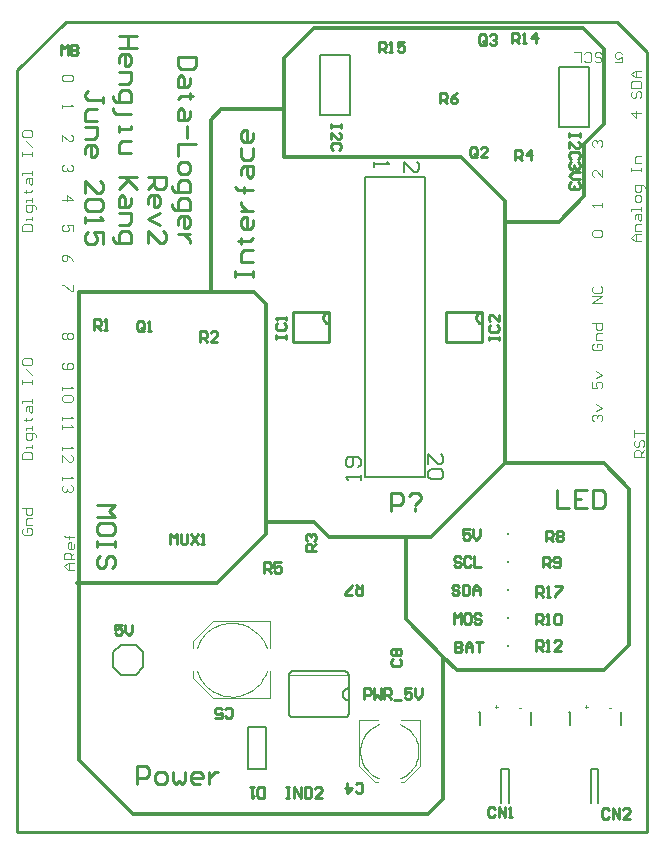
<source format=gto>
%FSTAX24Y24*%
%MOIN*%
%SFA1B1*%

%IPPOS*%
%ADD22C,0.013000*%
%ADD23C,0.010000*%
%ADD28C,0.000000*%
%ADD38C,0.006000*%
%ADD39C,0.004000*%
%ADD40C,0.005000*%
%ADD41C,0.007900*%
%ADD42C,0.002000*%
%ADD43C,0.002700*%
%ADD44C,0.008000*%
%ADD45R,0.008000X0.007900*%
%LNklogshield_mb_rev1-1*%
%LPD*%
G36*
X029863Y014154D02*
X029781D01*
Y014181*
X029863*
Y014154*
G37*
G36*
X029041Y01423D02*
X0291D01*
Y014205*
X029041*
Y014146*
X029016*
Y014205*
X028957*
Y01423*
X029016*
Y01429*
X029041*
Y01423*
G37*
G36*
X026869Y014154D02*
X026787D01*
Y014181*
X026869*
Y014154*
G37*
G36*
X026047Y01423D02*
X026106D01*
Y014205*
X026047*
Y014146*
X026022*
Y014205*
X025963*
Y01423*
X026022*
Y01429*
X026047*
Y01423*
G37*
G54D22*
X01835Y02D02*
Y02765D01*
X0167Y01835D02*
X01835Y02D01*
X01205Y01835D02*
X0167D01*
X01205D02*
X0121Y0184D01*
Y02805*
X01795*
X01895Y03255D02*
X02485D01*
X0263Y0311*
Y02235D02*
Y0311D01*
X02385Y0199D02*
X0263Y02235D01*
X02045Y0199D02*
X02385D01*
X01995Y0204D02*
X02045Y0199D01*
X01835Y0204D02*
X01995D01*
X01895Y03255D02*
Y03585D01*
X01995Y03685*
X0289*
X0296Y03615*
Y03365D02*
Y03615D01*
X02895Y033D02*
X0296Y03365D01*
X02895Y03125D02*
Y033D01*
X0281Y0304D02*
X02895Y03125D01*
X0263Y0304D02*
X0281D01*
X0121Y01245D02*
Y0184D01*
Y01245D02*
X0139Y01065D01*
X02375*
X02425Y01115*
Y0159*
X023Y01715D02*
X02425Y0159D01*
X023Y01715D02*
Y0199D01*
X0263Y02235D02*
X0296D01*
X03045Y0215*
Y0163D02*
Y0215D01*
X0296Y01545D02*
X03045Y0163D01*
X0247Y01545D02*
X0296D01*
X02425Y0159D02*
X0247Y01545D01*
X0165Y0338D02*
X01685Y03415D01*
X0165Y02805D02*
Y0338D01*
X01795Y02805D02*
X01835Y02765D01*
X01685Y03415D02*
X01895D01*
G54D23*
X02555Y0274D02*
D01*
X025536Y027399*
X025522Y027398*
X025508Y027395*
X025494Y027392*
X025481Y027387*
X025468Y027382*
X025456Y027376*
X025444Y027369*
X025432Y027361*
X025421Y027353*
X025411Y027343*
X025401Y027333*
X025392Y027323*
X025384Y027311*
X025376Y0273*
X02537Y027287*
X025364Y027274*
X025359Y027261*
X025355Y027248*
X025353Y027234*
X025351Y02722*
X02535Y027206*
Y027193*
X025351Y027179*
X025353Y027165*
X025355Y027151*
X025359Y027138*
X025364Y027125*
X02537Y027112*
X025376Y0271*
X025384Y027088*
X025392Y027076*
X025401Y027066*
X025411Y027056*
X025421Y027046*
X025432Y027038*
X025444Y02703*
X025456Y027023*
X025468Y027017*
X025481Y027012*
X025494Y027007*
X025508Y027004*
X025522Y027001*
X025536Y027*
X02555Y027*
X02045Y0274D02*
D01*
X020436Y027399*
X020422Y027398*
X020408Y027395*
X020394Y027392*
X020381Y027387*
X020368Y027382*
X020356Y027376*
X020344Y027369*
X020332Y027361*
X020321Y027353*
X020311Y027343*
X020301Y027333*
X020292Y027323*
X020284Y027311*
X020276Y0273*
X02027Y027287*
X020264Y027274*
X020259Y027261*
X020255Y027248*
X020253Y027234*
X020251Y02722*
X02025Y027206*
Y027193*
X020251Y027179*
X020253Y027165*
X020255Y027151*
X020259Y027138*
X020264Y027125*
X02027Y027112*
X020276Y0271*
X020284Y027088*
X020292Y027076*
X020301Y027066*
X020311Y027056*
X020321Y027046*
X020332Y027038*
X020344Y02703*
X020356Y027023*
X020368Y027017*
X020381Y027012*
X020394Y027007*
X020408Y027004*
X020422Y027001*
X020436Y027*
X02045Y027*
X02435Y0274D02*
X02555D01*
X02435Y0264D02*
Y0274D01*
Y0264D02*
X02555D01*
Y0274*
X01925D02*
X02045D01*
X01925Y0264D02*
Y0274D01*
Y0264D02*
X02045D01*
Y0274*
X021323Y011417D02*
X02138Y01136D01*
X021493*
X02155Y011417*
Y011643*
X021493Y0117*
X02138*
X021323Y011643*
X02104Y0117D02*
Y01136D01*
X02121Y01153*
X020984*
X016973Y013917D02*
X01703Y01386D01*
X017143*
X0172Y013917*
Y014143*
X017143Y0142*
X01703*
X016973Y014143*
X016634Y01386D02*
X01686D01*
Y01403*
X016747Y013973*
X01669*
X016634Y01403*
Y014143*
X01669Y0142*
X016803*
X01686Y014143*
X022567Y015827D02*
X02251Y01577D01*
Y015657*
X022567Y0156*
X022793*
X02285Y015657*
Y01577*
X022793Y015827*
X022567Y01594D02*
X02251Y015997D01*
Y01611*
X022567Y016166*
X022623*
X02268Y01611*
X022737Y016166*
X022793*
X02285Y01611*
Y015997*
X022793Y01594*
X022737*
X02268Y015997*
X022623Y01594*
X022567*
X02268Y015997D02*
Y01611D01*
X025977Y010833D02*
X02592Y01089D01*
X025807*
X02575Y010833*
Y010607*
X025807Y01055*
X02592*
X025977Y010607*
X02609Y01055D02*
Y01089D01*
X026316Y01055*
Y01089*
X02643Y01055D02*
X026543D01*
X026486*
Y01089*
X02643Y010833*
X029777Y010783D02*
X02972Y01084D01*
X029607*
X02955Y010783*
Y010557*
X029607Y0105*
X02972*
X029777Y010557*
X02989Y0105D02*
Y01084D01*
X030116Y0105*
Y01084*
X030456Y0105D02*
X03023D01*
X030456Y010727*
Y010783*
X0304Y01084*
X030286*
X03023Y010783*
X018275Y011205D02*
Y011545D01*
X018105*
X018048Y011488*
Y011262*
X018105Y011205*
X018275*
X017935Y011545D02*
X017822D01*
X017878*
Y011205*
X017935Y011262*
X01866Y0265D02*
Y026613D01*
Y026557*
X019*
Y0265*
Y026613*
X018717Y02701D02*
X01866Y026953D01*
Y02684*
X018717Y026783*
X018943*
X019Y02684*
Y026953*
X018943Y02701*
X019Y027123D02*
Y027236D01*
Y02718*
X01866*
X018717Y027123*
X02576Y02645D02*
Y026563D01*
Y026507*
X0261*
Y02645*
Y026563*
X025817Y02696D02*
X02576Y026903D01*
Y02679*
X025817Y026733*
X026043*
X0261Y02679*
Y026903*
X026043Y02696*
X0261Y0273D02*
Y027073D01*
X025873Y0273*
X025817*
X02576Y027243*
Y02713*
X025817Y027073*
X019Y01154D02*
X019113D01*
X019057*
Y0112*
X019*
X019113*
X019283D02*
Y01154D01*
X01951Y0112*
Y01154*
X019623D02*
Y0112D01*
X019793*
X01985Y011257*
Y011483*
X019793Y01154*
X019623*
X02019Y0112D02*
X019963D01*
X02019Y011427*
Y011483*
X020133Y01154*
X02002*
X019963Y011483*
X013542Y016965D02*
X013315D01*
Y016795*
X013428Y016852*
X013485*
X013542Y016795*
Y016682*
X013485Y016625*
X013372*
X013315Y016682*
X013655Y016965D02*
Y016738D01*
X013768Y016625*
X013881Y016738*
Y016965*
X024827Y019183D02*
X02477Y01924D01*
X024657*
X0246Y019183*
Y019127*
X024657Y01907*
X02477*
X024827Y019013*
Y018957*
X02477Y0189*
X024657*
X0246Y018957*
X025166Y019183D02*
X02511Y01924D01*
X024997*
X02494Y019183*
Y018957*
X024997Y0189*
X02511*
X025166Y018957*
X02528Y01924D02*
Y0189D01*
X025506*
X0246Y017D02*
Y01734D01*
X024713Y017227*
X024827Y01734*
Y017*
X02511Y01734D02*
X024997D01*
X02494Y017283*
Y017057*
X024997Y017*
X02511*
X025166Y017057*
Y017283*
X02511Y01734*
X025506Y017283D02*
X02545Y01734D01*
X025336*
X02528Y017283*
Y017227*
X025336Y01717*
X02545*
X025506Y017113*
Y017057*
X02545Y017*
X025336*
X02528Y017057*
X02465Y01639D02*
Y01605D01*
X02482*
X024877Y016107*
Y016163*
X02482Y01622*
X02465*
X02482*
X024877Y016277*
Y016333*
X02482Y01639*
X02465*
X02499Y01605D02*
Y016277D01*
X025103Y01639*
X025216Y016277*
Y01605*
Y01622*
X02499*
X02533Y01639D02*
X025556D01*
X025443*
Y01605*
X024777Y018233D02*
X02472Y01829D01*
X024607*
X02455Y018233*
Y018177*
X024607Y01812*
X02472*
X024777Y018063*
Y018007*
X02472Y01795*
X024607*
X02455Y018007*
X02489Y01829D02*
Y01795D01*
X02506*
X025116Y018007*
Y018233*
X02506Y01829*
X02489*
X02523Y01795D02*
Y018177D01*
X025343Y01829*
X025456Y018177*
Y01795*
Y01812*
X02523*
X025127Y02014D02*
X0249D01*
Y01997*
X025013Y020027*
X02507*
X025127Y01997*
Y019857*
X02507Y0198*
X024957*
X0249Y019857*
X02524Y02014D02*
Y019913D01*
X025353Y0198*
X025466Y019913*
Y02014*
X0115Y03595D02*
Y03629D01*
X011613Y036177*
X011727Y03629*
Y03595*
X01184Y03629D02*
Y03595D01*
X01201*
X012066Y036007*
Y036063*
X01201Y03612*
X01184*
X01201*
X012066Y036177*
Y036233*
X01201Y03629*
X01184*
X01515Y01965D02*
Y01999D01*
X015263Y019877*
X015377Y01999*
Y01965*
X01549Y01999D02*
Y019707D01*
X015547Y01965*
X01566*
X015716Y019707*
Y01999*
X01583D02*
X016056Y01965D01*
Y01999D02*
X01583Y01965D01*
X01617D02*
X016283D01*
X016226*
Y01999*
X01617Y019933*
X02084Y03365D02*
Y033537D01*
Y033593*
X0205*
Y03365*
Y033537*
Y03314D02*
Y033367D01*
X020727Y03314*
X020783*
X02084Y033197*
Y03331*
X020783Y033367*
Y0328D02*
X02084Y032857D01*
Y03297*
X020783Y033027*
X020557*
X0205Y03297*
Y032857*
X020557Y0328*
X02879Y03335D02*
Y033237D01*
Y033293*
X02845*
Y03335*
Y033237*
Y03284D02*
Y033067D01*
X028677Y03284*
X028733*
X02879Y032897*
Y03301*
X028733Y033067*
Y0325D02*
X02879Y032557D01*
Y03267*
X028733Y032727*
X028507*
X02845Y03267*
Y032557*
X028507Y0325*
X028733Y032387D02*
X02879Y03233D01*
Y032217*
X028733Y03216*
X028677*
X02862Y032217*
Y032274*
Y032217*
X028563Y03216*
X028507*
X02845Y032217*
Y03233*
X028507Y032387*
X02879Y032047D02*
X028563D01*
X02845Y031934*
X028563Y03182*
X02879*
X028733Y031707D02*
X02879Y031651D01*
Y031537*
X028733Y031481*
X028677*
X02862Y031537*
Y031594*
Y031537*
X028563Y031481*
X028507*
X02845Y031537*
Y031651*
X028507Y031707*
X0216Y0145D02*
Y01484D01*
X02177*
X021827Y014783*
Y01467*
X02177Y014613*
X0216*
X02194Y01484D02*
Y0145D01*
X022053Y014613*
X022166Y0145*
Y01484*
X02228Y0145D02*
Y01484D01*
X02245*
X022506Y014783*
Y01467*
X02245Y014613*
X02228*
X022393D02*
X022506Y0145D01*
X02262Y014443D02*
X022846D01*
X023186Y01484D02*
X02296D01*
Y01467*
X023073Y014727*
X023129*
X023186Y01467*
Y014557*
X023129Y0145*
X023016*
X02296Y014557*
X023299Y01484D02*
Y014613D01*
X023413Y0145*
X023526Y014613*
Y01484*
X014277Y026807D02*
Y027033D01*
X01422Y02709*
X014107*
X01405Y027033*
Y026807*
X014107Y02675*
X01422*
X014163Y026863D02*
X014277Y02675D01*
X01422D02*
X014277Y026807D01*
X01439Y02675D02*
X014503D01*
X014447*
Y02709*
X01439Y027033*
X025377Y032607D02*
Y032833D01*
X02532Y03289*
X025207*
X02515Y032833*
Y032607*
X025207Y03255*
X02532*
X025263Y032663D02*
X025377Y03255D01*
X02532D02*
X025377Y032607D01*
X025716Y03255D02*
X02549D01*
X025716Y032777*
Y032833*
X02566Y03289*
X025547*
X02549Y032833*
X025677Y036357D02*
Y036583D01*
X02562Y03664*
X025507*
X02545Y036583*
Y036357*
X025507Y0363*
X02562*
X025563Y036413D02*
X025677Y0363D01*
X02562D02*
X025677Y036357D01*
X02579Y036583D02*
X025847Y03664D01*
X02596*
X026016Y036583*
Y036527*
X02596Y03647*
X025903*
X02596*
X026016Y036413*
Y036357*
X02596Y0363*
X025847*
X02579Y036357*
X0126Y0268D02*
Y02714D01*
X01277*
X012827Y027083*
Y02697*
X01277Y026913*
X0126*
X012713D02*
X012827Y0268D01*
X01294D02*
X013053D01*
X012997*
Y02714*
X01294Y027083*
X01615Y0264D02*
Y02674D01*
X01632*
X016377Y026683*
Y02657*
X01632Y026513*
X01615*
X016263D02*
X016377Y0264D01*
X016716D02*
X01649D01*
X016716Y026627*
Y026683*
X01666Y02674*
X016547*
X01649Y026683*
X02Y019426D02*
X01966D01*
Y019596*
X019717Y019653*
X01983*
X019887Y019596*
Y019426*
Y019539D02*
X02Y019653D01*
X019717Y019766D02*
X01966Y019823D01*
Y019936*
X019717Y019992*
X019773*
X01983Y019936*
Y019879*
Y019936*
X019887Y019992*
X019943*
X02Y019936*
Y019823*
X019943Y019766*
X02665Y03245D02*
Y03279D01*
X02682*
X026877Y032733*
Y03262*
X02682Y032563*
X02665*
X026763D02*
X026877Y03245D01*
X02716D02*
Y03279D01*
X02699Y03262*
X027216*
X01828Y0187D02*
Y01904D01*
X01845*
X018507Y018983*
Y01887*
X01845Y018813*
X01828*
X018393D02*
X018507Y0187D01*
X018846Y01904D02*
X01862D01*
Y01887*
X018733Y018927*
X01879*
X018846Y01887*
Y018757*
X01879Y0187*
X018677*
X01862Y018757*
X02415Y03435D02*
Y03469D01*
X02432*
X024377Y034633*
Y03452*
X02432Y034463*
X02415*
X024263D02*
X024377Y03435D01*
X024716Y03469D02*
X024603Y034633D01*
X02449Y03452*
Y034407*
X024547Y03435*
X02466*
X024716Y034407*
Y034463*
X02466Y03452*
X02449*
X02155Y0183D02*
Y01796D01*
X02138*
X021323Y018017*
Y01813*
X02138Y018187*
X02155*
X021437D02*
X021323Y0183D01*
X02121Y01796D02*
X020984D01*
Y018017*
X02121Y018243*
Y0183*
X02768Y01975D02*
Y02009D01*
X02785*
X027907Y020033*
Y01992*
X02785Y019863*
X02768*
X027793D02*
X027907Y01975D01*
X02802Y020033D02*
X028077Y02009D01*
X02819*
X028246Y020033*
Y019977*
X02819Y01992*
X028246Y019863*
Y019807*
X02819Y01975*
X028077*
X02802Y019807*
Y019863*
X028077Y01992*
X02802Y019977*
Y020033*
X028077Y01992D02*
X02819D01*
X02758Y018875D02*
Y019215D01*
X02775*
X027807Y019158*
Y019045*
X02775Y018988*
X02758*
X027693D02*
X027807Y018875D01*
X02792Y018932D02*
X027977Y018875D01*
X02809*
X028146Y018932*
Y019158*
X02809Y019215*
X027977*
X02792Y019158*
Y019102*
X027977Y019045*
X028146*
X02733Y016975D02*
Y017315D01*
X0275*
X027557Y017258*
Y017145*
X0275Y017088*
X02733*
X027443D02*
X027557Y016975D01*
X02767D02*
X027783D01*
X027727*
Y017315*
X02767Y017258*
X027953D02*
X02801Y017315D01*
X028123*
X02818Y017258*
Y017032*
X028123Y016975*
X02801*
X027953Y017032*
Y017258*
X02733Y0161D02*
Y01644D01*
X0275*
X027557Y016383*
Y01627*
X0275Y016213*
X02733*
X027443D02*
X027557Y0161D01*
X02767D02*
X027783D01*
X027727*
Y01644*
X02767Y016383*
X02818Y0161D02*
X027953D01*
X02818Y016327*
Y016383*
X028123Y01644*
X02801*
X027953Y016383*
X02655Y03635D02*
Y03669D01*
X02672*
X026777Y036633*
Y03652*
X02672Y036463*
X02655*
X026663D02*
X026777Y03635D01*
X02689D02*
X027003D01*
X026947*
Y03669*
X02689Y036633*
X027343Y03635D02*
Y03669D01*
X027173Y03652*
X0274*
X0221Y03605D02*
Y03639D01*
X02227*
X022327Y036333*
Y03622*
X02227Y036163*
X0221*
X022213D02*
X022327Y03605D01*
X02244D02*
X022553D01*
X022497*
Y03639*
X02244Y036333*
X02295Y03639D02*
X022723D01*
Y03622*
X022836Y036277*
X022893*
X02295Y03622*
Y036107*
X022893Y03605*
X02278*
X022723Y036107*
X02735Y0179D02*
Y01824D01*
X02752*
X027577Y018183*
Y01807*
X02752Y018013*
X02735*
X027463D02*
X027577Y0179D01*
X02769D02*
X027803D01*
X027747*
Y01824*
X02769Y018183*
X027973Y01824D02*
X0282D01*
Y018183*
X027973Y017957*
Y0179*
X0225Y02075D02*
Y02135D01*
X0228*
X0229Y02125*
Y02105*
X0228Y02095*
X0225*
X0231Y02125D02*
X0232Y02135D01*
X0234*
X0235Y02125*
Y02115*
X0233Y02095*
Y02085D02*
Y02075D01*
X02805Y02145D02*
Y02085D01*
X02845*
X02905Y02145D02*
X02865D01*
Y02085*
X02905*
X02865Y02115D02*
X02885D01*
X02925Y02145D02*
Y02085D01*
X02955*
X029649Y02095*
Y02135*
X02955Y02145*
X02925*
X01405Y01165D02*
Y01225D01*
X01435*
X01445Y01215*
Y01195*
X01435Y01185*
X01405*
X01475Y01165D02*
X01495D01*
X01505Y01175*
Y01195*
X01495Y01205*
X01475*
X01465Y01195*
Y01175*
X01475Y01165*
X01525Y01205D02*
Y01175D01*
X01535Y01165*
X01545Y01175*
X01555Y01165*
X015649Y01175*
Y01205*
X016149Y01165D02*
X015949D01*
X015849Y01175*
Y01195*
X015949Y01205*
X016149*
X016249Y01195*
Y01185*
X015849*
X016449Y01205D02*
Y01165D01*
Y01185*
X016549Y01195*
X016649Y01205*
X016749*
X0127Y02095D02*
X0133D01*
X0131Y02075*
X0133Y02055*
X0127*
X0133Y02005D02*
Y02025D01*
X0132Y02035*
X0128*
X0127Y02025*
Y02005*
X0128Y01995*
X0132*
X0133Y02005*
Y01975D02*
Y01955D01*
Y01965*
X0127*
Y01975*
Y01955*
X0132Y018851D02*
X0133Y018951D01*
Y019151*
X0132Y019251*
X0131*
X013Y019151*
Y018951*
X0129Y018851*
X0128*
X0127Y018951*
Y019151*
X0128Y019251*
X0173Y02855D02*
Y02875D01*
Y02865*
X0179*
Y02855*
Y02875*
Y02905D02*
X0175D01*
Y02935*
X0176Y02945*
X0179*
X0174Y02975D02*
X0175D01*
Y02965*
Y02985*
Y02975*
X0178*
X0179Y02985*
Y030449D02*
Y030249D01*
X0178Y030149*
X0176*
X0175Y030249*
Y030449*
X0176Y030549*
X0177*
Y030149*
X0175Y030749D02*
X0179D01*
X0177*
X0176Y030849*
X0175Y030949*
Y031049*
X0179Y031449D02*
X0174D01*
X0176*
Y031349*
Y031549*
Y031449*
X0174*
X0173Y031549*
X0175Y031949D02*
Y032149D01*
X0176Y032249*
X0179*
Y031949*
X0178Y031849*
X0177Y031949*
Y032249*
X0175Y032849D02*
Y032549D01*
X0176Y032449*
X0178*
X0179Y032549*
Y032849*
Y033348D02*
Y033149D01*
X0178Y033049*
X0176*
X0175Y033149*
Y033348*
X0176Y033448*
X0177*
Y033049*
X016Y0359D02*
X0154D01*
Y0356*
X0155Y0355*
X0159*
X016Y0356*
Y0359*
X0158Y0352D02*
Y035001D01*
X0157Y034901*
X0154*
Y0352*
X0155Y0353*
X0156Y0352*
Y034901*
X0159Y034601D02*
X0158D01*
Y034701*
Y034501*
Y034601*
X0155*
X0154Y034501*
X0158Y034101D02*
Y033901D01*
X0157Y033801*
X0154*
Y034101*
X0155Y034201*
X0156Y034101*
Y033801*
X0157Y033601D02*
Y033201D01*
X016Y033001D02*
X0154D01*
Y032601*
Y032301D02*
Y032101D01*
X0155Y032001*
X0157*
X0158Y032101*
Y032301*
X0157Y032401*
X0155*
X0154Y032301*
X0152Y031602D02*
Y031502D01*
X0153Y031402*
X0158*
Y031702*
X0157Y031802*
X0155*
X0154Y031702*
Y031402*
X0152Y031002D02*
Y030902D01*
X0153Y030802*
X0158*
Y031102*
X0157Y031202*
X0155*
X0154Y031102*
Y030802*
Y030302D02*
Y030502D01*
X0155Y030602*
X0157*
X0158Y030502*
Y030302*
X0157Y030202*
X0156*
Y030602*
X0158Y030002D02*
X0154D01*
X0156*
X0157Y029902*
X0158Y029802*
Y029702*
X0144Y0319D02*
X015D01*
Y0316*
X0149Y0315*
X0147*
X0146Y0316*
Y0319*
Y0317D02*
X0144Y0315D01*
Y031D02*
Y0312D01*
X0145Y0313*
X0147*
X0148Y0312*
Y031*
X0147Y0309*
X0146*
Y0313*
X0148Y0307D02*
X0144Y0305D01*
X0148Y030301*
X0144Y029701D02*
Y030101D01*
X0148Y029701*
X0149*
X015Y029801*
Y030001*
X0149Y030101*
X01405Y0366D02*
X01345D01*
X01375*
Y0362*
X01405*
X01345*
Y0357D02*
Y0359D01*
X01355Y036*
X01375*
X01385Y0359*
Y0357*
X01375Y0356*
X01365*
Y036*
X01345Y0354D02*
X01385D01*
Y0351*
X01375Y035001*
X01345*
X01325Y034601D02*
Y034501D01*
X01335Y034401*
X01385*
Y034701*
X01375Y034801*
X01355*
X01345Y034701*
Y034401*
X01325Y034201D02*
Y034101D01*
X01335Y034001*
X01385*
X01345Y033601D02*
Y033401D01*
Y033501*
X01385*
Y033601*
Y033101D02*
X01355D01*
X01345Y033001*
Y032701*
X01385*
X01405Y031902D02*
X01345D01*
X01365*
X01405Y031502*
X01375Y031802*
X01345Y031502*
X01385Y031202D02*
Y031002D01*
X01375Y030902*
X01345*
Y031202*
X01355Y031302*
X01365Y031202*
Y030902*
X01345Y030702D02*
X01385D01*
Y030402*
X01375Y030302*
X01345*
X01325Y029902D02*
Y029802D01*
X01335Y029702*
X01385*
Y030002*
X01375Y030102*
X01355*
X01345Y030002*
Y029702*
X0129Y03435D02*
Y03455D01*
Y03445*
X0124*
X0123Y03455*
Y03465*
X0124Y03475*
X0127Y03415D02*
X0124D01*
X0123Y03405*
Y03375*
X0127*
X0123Y03355D02*
X0127D01*
Y03325*
X0126Y033151*
X0123*
Y032651D02*
Y032851D01*
X0124Y032951*
X0126*
X0127Y032851*
Y032651*
X0126Y032551*
X0125*
Y032951*
X0123Y031351D02*
Y031751D01*
X0127Y031351*
X0128*
X0129Y031451*
Y031651*
X0128Y031751*
Y031151D02*
X0129Y031051D01*
Y030851*
X0128Y030751*
X0124*
X0123Y030851*
Y031051*
X0124Y031151*
X0128*
X0123Y030551D02*
Y030351D01*
Y030451*
X0129*
X0128Y030551*
X0129Y029652D02*
Y030052D01*
X0126*
X0127Y029852*
Y029752*
X0126Y029652*
X0124*
X0123Y029752*
Y029952*
X0124Y030052*
X03105Y01007D02*
Y01157D01*
X03104Y01006D02*
X03105Y01007D01*
X02567Y01006D02*
X03104D01*
X01005Y01005D02*
X02469D01*
X03105Y01157D02*
Y03605D01*
X0247Y01006D02*
X02567D01*
X01166Y03706D02*
X03004D01*
X0305Y0366*
X03105Y03605*
X01005Y01005D02*
Y03545D01*
X01166Y03706*
G54D28*
X03105Y01641D02*
Y03605D01*
X01005Y01005D02*
X02208D01*
X01615Y03705D02*
X02905D01*
X01005Y03545D02*
X01065Y03605D01*
X01005Y01005D02*
Y03545D01*
G54D38*
X0211Y01485D02*
D01*
X021086Y014849*
X021072Y014848*
X021058Y014845*
X021044Y014842*
X021031Y014837*
X021018Y014832*
X021006Y014826*
X020994Y014819*
X020982Y014811*
X020971Y014803*
X020961Y014793*
X020951Y014783*
X020942Y014773*
X020934Y014761*
X020926Y01475*
X02092Y014737*
X020914Y014724*
X020909Y014711*
X020905Y014698*
X020903Y014684*
X020901Y01467*
X0209Y014656*
Y014643*
X020901Y014629*
X020903Y014615*
X020905Y014601*
X020909Y014588*
X020914Y014575*
X02092Y014562*
X020926Y01455*
X020934Y014538*
X020942Y014526*
X020951Y014516*
X020961Y014506*
X020971Y014496*
X020982Y014488*
X020994Y01448*
X021006Y014473*
X021018Y014467*
X021031Y014462*
X021044Y014457*
X021058Y014454*
X021072Y014451*
X021086Y01445*
X0211Y01445*
Y01527D02*
D01*
X021099Y01528*
X021098Y01529*
X021096Y015301*
X021094Y015311*
X02109Y015321*
X021087Y015331*
X021082Y01534*
X021077Y015349*
X021071Y015358*
X021064Y015366*
X021057Y015374*
X02105Y015381*
X021042Y015388*
X021033Y015394*
X021025Y015399*
X021015Y015404*
X021006Y015409*
X020996Y015412*
X020986Y015415*
X020976Y015417*
X020965Y015419*
X020955Y015419*
X02095Y01542*
X0191Y01403D02*
D01*
X0191Y014019*
X019101Y014009*
X019103Y013998*
X019105Y013988*
X019109Y013978*
X019112Y013968*
X019117Y013959*
X019122Y01395*
X019128Y013941*
X019135Y013933*
X019142Y013925*
X019149Y013918*
X019157Y013911*
X019166Y013905*
X019175Y0139*
X019184Y013895*
X019193Y01389*
X019203Y013887*
X019213Y013884*
X019223Y013882*
X019234Y01388*
X019244Y01388*
X01925Y01388*
X02095D02*
D01*
X02096Y01388*
X02097Y013881*
X020981Y013883*
X020991Y013885*
X021001Y013889*
X021011Y013892*
X02102Y013897*
X021029Y013902*
X021038Y013908*
X021046Y013915*
X021054Y013922*
X021061Y013929*
X021068Y013937*
X021074Y013946*
X021079Y013955*
X021084Y013964*
X021089Y013973*
X021092Y013983*
X021095Y013993*
X021097Y014003*
X021099Y014014*
X021099Y014024*
X0211Y01403*
X01925Y01542D02*
D01*
X019239Y015419*
X019229Y015418*
X019218Y015416*
X019208Y015414*
X019198Y01541*
X019188Y015407*
X019179Y015402*
X01917Y015397*
X019161Y015391*
X019153Y015384*
X019145Y015377*
X019138Y01537*
X019131Y015362*
X019125Y015353*
X01912Y015345*
X019115Y015335*
X01911Y015326*
X019107Y015316*
X019104Y015306*
X019102Y015296*
X0191Y015285*
X0191Y015275*
X0191Y01527*
X0135Y0153D02*
X014D01*
X01325Y01555D02*
X0135Y0153D01*
X01325Y01605D02*
X0135Y0163D01*
X01325Y01555D02*
Y01605D01*
X014Y0153D02*
X01425Y01555D01*
Y01605*
X014Y0163D02*
X01425Y01605D01*
X0135Y0163D02*
X014D01*
X0211Y01403D02*
Y01527D01*
X0191Y01403D02*
Y01527D01*
X01925Y01542D02*
X02095D01*
X01925Y01388D02*
X02095D01*
G54D39*
X02279Y01184D02*
D01*
X022852Y011865*
X022913Y011895*
X022971Y011929*
X023027Y011967*
X02308Y012009*
X02313Y012054*
X023177Y012103*
X02322Y012155*
X023259Y01221*
X023295Y012267*
X023326Y012327*
X023353Y012389*
X023376Y012452*
X023395Y012517*
X023408Y012584*
X023417Y012651*
X023422Y012718*
X023422Y012786*
X023417Y012853*
X023407Y01292*
X023393Y012986*
X023374Y013051*
X02335Y013114*
X023323Y013176*
X023291Y013235*
X023254Y013292*
X023215Y013347*
X023171Y013398*
X023124Y013447*
X023073Y013492*
X02302Y013533*
X022964Y013571*
X022905Y013604*
X022844Y013633*
X02279Y013656*
X022115D02*
D01*
X022052Y01363*
X021991Y0136*
X021933Y013566*
X021877Y013528*
X021824Y013486*
X021774Y013441*
X021727Y013392*
X021684Y01334*
X021645Y013285*
X021609Y013228*
X021578Y013168*
X021551Y013106*
X021528Y013043*
X021509Y012978*
X021496Y012911*
X021487Y012844*
X021482Y012777*
X021482Y012709*
X021487Y012642*
X021497Y012575*
X021511Y012509*
X02153Y012444*
X021554Y012381*
X021581Y012319*
X021613Y01226*
X02165Y012203*
X021689Y012148*
X021733Y012097*
X02178Y012048*
X021831Y012003*
X021884Y011962*
X02194Y011924*
X021999Y011891*
X02206Y011862*
X022115Y01184*
X01603Y01542D02*
D01*
X016058Y015339*
X016093Y015261*
X016133Y015185*
X016178Y015113*
X016228Y015043*
X016283Y014978*
X016342Y014916*
X016405Y014859*
X016473Y014806*
X016543Y014758*
X016617Y014715*
X016694Y014677*
X016773Y014645*
X016854Y014618*
X016937Y014597*
X017021Y014582*
X017106Y014573*
X017192Y01457*
X017277Y014572*
X017362Y014581*
X017447Y014596*
X01753Y014616*
X017611Y014642*
X01769Y014674*
X017767Y014711*
X017841Y014754*
X017912Y014801*
X01798Y014854*
X018044Y014911*
X018103Y014972*
X018158Y015038*
X018209Y015107*
X018254Y015179*
X018295Y015254*
X01833Y015332*
X018359Y015413*
X018361Y01542*
Y016174D02*
D01*
X018332Y016254*
X018297Y016332*
X018257Y016408*
X018212Y01648*
X018162Y01655*
X018107Y016615*
X018048Y016677*
X017985Y016734*
X017917Y016787*
X017847Y016835*
X017773Y016878*
X017696Y016916*
X017617Y016948*
X017536Y016975*
X017453Y016996*
X017369Y017011*
X017284Y01702*
X017198Y017023*
X017113Y017021*
X017028Y017012*
X016943Y016997*
X01686Y016977*
X016779Y016951*
X0167Y016919*
X016623Y016882*
X016549Y016839*
X016478Y016792*
X01641Y016739*
X016346Y016682*
X016287Y016621*
X016232Y016555*
X016181Y016486*
X016136Y016414*
X016095Y016339*
X01606Y016261*
X016031Y01618*
X01603Y016174*
X02283Y013774D02*
X02348D01*
Y01225D02*
Y013774D01*
X02295Y01172D02*
X02348Y01225D01*
X02283Y01172D02*
X02295D01*
X021958D02*
X022076D01*
X021426Y01225D02*
X021958Y01172D01*
X021426Y01225D02*
Y013774D01*
X022076*
X01848Y01452D02*
Y01542D01*
X01658Y01452D02*
X01848D01*
X01592Y01518D02*
X01658Y01452D01*
X01592Y01518D02*
Y01542D01*
Y016174D02*
Y01641D01*
X01658Y01708*
X01848*
Y016174D02*
Y01708D01*
G54D40*
X026186Y01101D02*
Y01216D01*
X026424*
Y01101D02*
Y01216D01*
X025436Y014051D02*
X025476D01*
Y013618D02*
Y014051D01*
X027172Y013618D02*
Y014051D01*
X02918Y01101D02*
Y01216D01*
X029418*
Y01101D02*
Y01216D01*
X02843Y014051D02*
X02847D01*
Y013618D02*
Y014051D01*
X030166Y013618D02*
Y014051D01*
X01775Y01355D02*
X01835D01*
X01775Y01215D02*
Y01355D01*
Y01215D02*
X01835D01*
Y01355*
G54D41*
X0291Y03355D02*
Y03555D01*
X0281D02*
X0291D01*
X0281Y03355D02*
Y03555D01*
Y03355D02*
X0291D01*
X02115Y03395D02*
Y03595D01*
X02015D02*
X02115D01*
X02015Y03395D02*
Y03595D01*
Y03395D02*
X02115D01*
X02165Y0219D02*
Y03115D01*
X02365Y0219D02*
Y03115D01*
Y0319*
X02165D02*
X02365D01*
X02165Y03115D02*
Y0319D01*
Y0219D02*
X02365D01*
G54D42*
X0191Y01528D02*
X0211D01*
G54D43*
X03095Y02255D02*
X03061D01*
Y02272*
X030667Y022777*
X03078*
X030837Y02272*
Y02255*
Y022663D02*
X03095Y022777D01*
X030667Y023116D02*
X03061Y02306D01*
Y022947*
X030667Y02289*
X030723*
X03078Y022947*
Y02306*
X030837Y023116*
X030893*
X03095Y02306*
Y022947*
X030893Y02289*
X03061Y02323D02*
Y023456D01*
Y023343*
X03095*
X029267Y02374D02*
X02921Y023797D01*
Y02391*
X029267Y023967*
X029323*
X02938Y02391*
Y023853*
Y02391*
X029437Y023967*
X029493*
X02955Y02391*
Y023797*
X029493Y02374*
X029323Y02408D02*
X02955Y024193D01*
X029323Y024306*
X02921Y025067D02*
Y02484D01*
X02938*
X029323Y024953*
Y02501*
X02938Y025067*
X029493*
X02955Y02501*
Y024897*
X029493Y02484*
X029323Y02518D02*
X02955Y025293D01*
X029323Y025406*
X029267Y026337D02*
X02921Y02628D01*
Y026167*
X029267Y02611*
X029493*
X02955Y026167*
Y02628*
X029493Y026337*
X02938*
Y026223*
X02955Y02645D02*
X029323D01*
Y02662*
X02938Y026676*
X02955*
X02921Y027016D02*
X02955D01*
Y026846*
X029493Y02679*
X02938*
X029323Y026846*
Y027016*
X02955Y02769D02*
X02921D01*
X02955Y027917*
X02921*
X029267Y028256D02*
X02921Y0282D01*
Y028087*
X029267Y02803*
X029493*
X02955Y028087*
Y0282*
X029493Y028256*
X03085Y02975D02*
X030623D01*
X03051Y029863*
X030623Y029977*
X03085*
X03068*
Y02975*
X03085Y03009D02*
X030623D01*
Y03026*
X03068Y030316*
X03085*
X030623Y030486D02*
Y0306D01*
X03068Y030656*
X03085*
Y030486*
X030793Y03043*
X030737Y030486*
Y030656*
X03085Y03077D02*
Y030883D01*
Y030826*
X03051*
Y03077*
X03085Y03111D02*
Y031223D01*
X030793Y031279*
X03068*
X030623Y031223*
Y03111*
X03068Y031053*
X030793*
X03085Y03111*
X030963Y031506D02*
Y031563D01*
X030907Y031619*
X030623*
Y031449*
X03068Y031393*
X030793*
X03085Y031449*
Y031619*
X03051Y032073D02*
Y032186D01*
Y032129*
X03085*
Y032073*
Y032186*
Y032356D02*
X030623D01*
Y032526*
X03068Y032582*
X03085*
X029267Y0299D02*
X02921Y029957D01*
Y03007*
X029267Y030127*
X029493*
X02955Y03007*
Y029957*
X029493Y0299*
X029267*
X02955Y0309D02*
Y031013D01*
Y030957*
X02921*
X029267Y0309*
X02955Y032127D02*
Y0319D01*
X029323Y032127*
X029267*
X02921Y03207*
Y031957*
X029267Y0319*
Y0329D02*
X02921Y032957D01*
Y03307*
X029267Y033127*
X029323*
X02938Y03307*
Y033013*
Y03307*
X029437Y033127*
X029493*
X02955Y03307*
Y032957*
X029493Y0329*
X03085Y03402D02*
X03051D01*
X03068Y03385*
Y034077*
X030567Y034756D02*
X03051Y0347D01*
Y034586*
X030567Y03453*
X030623*
X03068Y034586*
Y0347*
X030737Y034756*
X030793*
X03085Y0347*
Y034586*
X030793Y03453*
X03051Y03487D02*
X03085D01*
Y03504*
X030793Y035096*
X030567*
X03051Y03504*
Y03487*
X03085Y03521D02*
X030623D01*
X03051Y035323*
X030623Y035436*
X03085*
X03068*
Y03521*
X029973Y03571D02*
X0302D01*
Y03588*
X030087Y035823*
X03003*
X029973Y03588*
Y035993*
X03003Y03605*
X030143*
X0302Y035993*
X029294Y035767D02*
X02935Y03571D01*
X029464*
X02952Y035767*
Y035823*
X029464Y03588*
X02935*
X029294Y035937*
Y035993*
X02935Y03605*
X029464*
X02952Y035993*
X028954Y035767D02*
X02901Y03571D01*
X029124*
X02918Y035767*
Y035993*
X029124Y03605*
X02901*
X028954Y035993*
X02884Y03571D02*
Y03605D01*
X028614*
X01195Y0188D02*
X011723D01*
X01161Y018913*
X011723Y019027*
X01195*
X01178*
Y0188*
X01195Y01914D02*
X01161D01*
Y01931*
X011667Y019366*
X01178*
X011837Y01931*
Y01914*
Y019253D02*
X01195Y019366D01*
Y01965D02*
Y019536D01*
X011893Y01948*
X01178*
X011723Y019536*
Y01965*
X01178Y019706*
X011837*
Y01948*
X01195Y019876D02*
X011667D01*
X01178*
Y01982*
Y019933*
Y019876*
X011667*
X01161Y019933*
X010267Y020177D02*
X01021Y02012D01*
Y020007*
X010267Y01995*
X010493*
X01055Y020007*
Y02012*
X010493Y020177*
X01038*
Y020063*
X01055Y02029D02*
X010323D01*
Y02046*
X01038Y020516*
X01055*
X01021Y020856D02*
X01055D01*
Y020686*
X010493Y02063*
X01038*
X010323Y020686*
Y020856*
X01155Y0219D02*
Y021787D01*
Y021843*
X01189*
X011833Y0219*
Y021617D02*
X01189Y02156D01*
Y021447*
X011833Y02139*
X011777*
X01172Y021447*
Y021503*
Y021447*
X011663Y02139*
X011607*
X01155Y021447*
Y02156*
X011607Y021617*
X01155Y0229D02*
Y022787D01*
Y022843*
X01189*
X011833Y0229*
X01155Y02239D02*
Y022617D01*
X011777Y02239*
X011833*
X01189Y022447*
Y02256*
X011833Y022617*
X01155Y0239D02*
Y023787D01*
Y023843*
X01189*
X011833Y0239*
X01155Y023617D02*
Y023503D01*
Y02356*
X01189*
X011833Y023617*
X01155Y0249D02*
Y024787D01*
Y024843*
X01189*
X011833Y0249*
Y024617D02*
X01189Y02456D01*
Y024447*
X011833Y02439*
X011607*
X01155Y024447*
Y02456*
X011607Y024617*
X011833*
X011607Y0257D02*
X01155Y025643D01*
Y02553*
X011607Y025473*
X011833*
X01189Y02553*
Y025643*
X011833Y0257*
X011777*
X01172Y025643*
Y025473*
X011833Y0267D02*
X01189Y026643D01*
Y02653*
X011833Y026473*
X011777*
X01172Y02653*
X011663Y026473*
X011607*
X01155Y02653*
Y026643*
X011607Y0267*
X011663*
X01172Y026643*
X011777Y0267*
X011833*
X01172Y026643D02*
Y02653D01*
X01189Y0283D02*
Y028073D01*
X011833*
X011607Y0283*
X01155*
X01189Y029073D02*
X011833Y029187D01*
X01172Y0293*
X011607*
X01155Y029243*
Y02913*
X011607Y029073*
X011663*
X01172Y02913*
Y0293*
X01189Y030073D02*
Y0303D01*
X01172*
X011777Y030187*
Y03013*
X01172Y030073*
X011607*
X01155Y03013*
Y030243*
X011607Y0303*
X01155Y03113D02*
X01189D01*
X01172Y0313*
Y031073*
X011833Y0323D02*
X01189Y032243D01*
Y03213*
X011833Y032073*
X011777*
X01172Y03213*
Y032187*
Y03213*
X011663Y032073*
X011607*
X01155Y03213*
Y032243*
X011607Y0323*
X01155Y033073D02*
Y0333D01*
X011777Y033073*
X011833*
X01189Y03313*
Y033243*
X011833Y0333*
X01155Y0343D02*
Y034187D01*
Y034243*
X01189*
X011833Y0343*
Y0353D02*
X01189Y035243D01*
Y03513*
X011833Y035073*
X011607*
X01155Y03513*
Y035243*
X011607Y0353*
X011833*
X01021Y0225D02*
X01055D01*
Y02267*
X010493Y022727*
X010267*
X01021Y02267*
Y0225*
X01055Y02284D02*
Y022953D01*
Y022897*
X010323*
Y02284*
X010663Y023236D02*
Y023293D01*
X010607Y02335*
X010323*
Y02318*
X01038Y023123*
X010493*
X01055Y02318*
Y02335*
Y023463D02*
Y023576D01*
Y02352*
X010323*
Y023463*
X010267Y023803D02*
X010323D01*
Y023746*
Y02386*
Y023803*
X010493*
X01055Y02386*
X010323Y024086D02*
Y024199D01*
X01038Y024256*
X01055*
Y024086*
X010493Y02403*
X010437Y024086*
Y024256*
X01055Y024369D02*
Y024483D01*
Y024426*
X01021*
Y024369*
Y024993D02*
Y025106D01*
Y025049*
X01055*
Y024993*
Y025106*
Y025276D02*
X010323Y025502D01*
X01021Y025786D02*
Y025672D01*
X010267Y025616*
X010493*
X01055Y025672*
Y025786*
X010493Y025842*
X010267*
X01021Y025786*
Y0301D02*
X01055D01*
Y03027*
X010493Y030327*
X010267*
X01021Y03027*
Y0301*
X01055Y03044D02*
Y030553D01*
Y030497*
X010323*
Y03044*
X010663Y030836D02*
Y030893D01*
X010607Y03095*
X010323*
Y03078*
X01038Y030723*
X010493*
X01055Y03078*
Y03095*
Y031063D02*
Y031176D01*
Y03112*
X010323*
Y031063*
X010267Y031403D02*
X010323D01*
Y031346*
Y03146*
Y031403*
X010493*
X01055Y03146*
X010323Y031686D02*
Y031799D01*
X01038Y031856*
X01055*
Y031686*
X010493Y03163*
X010437Y031686*
Y031856*
X01055Y031969D02*
Y032083D01*
Y032026*
X01021*
Y031969*
Y032593D02*
Y032706D01*
Y032649*
X01055*
Y032593*
Y032706*
Y032876D02*
X010323Y033102D01*
X01021Y033386D02*
Y033272D01*
X010267Y033216*
X010493*
X01055Y033272*
Y033386*
X010493Y033442*
X010267*
X01021Y033386*
G54D44*
X02295Y032067D02*
Y0324D01*
X023283Y032067*
X023367*
X02345Y03215*
Y032317*
X023367Y0324*
X02195D02*
Y032233D01*
Y032317*
X02245*
X022367Y0324*
X0215Y0218D02*
Y021967D01*
Y021883*
X021*
X021083Y0218*
X021417Y022217D02*
X0215Y0223D01*
Y022466*
X021417Y02255*
X021083*
X021Y022466*
Y0223*
X021083Y022217*
X021167*
X02125Y0223*
Y02255*
X02375Y022317D02*
Y02265D01*
X024083Y022317*
X024167*
X02425Y0224*
Y022567*
X024167Y02265*
Y02215D02*
X02425Y022067D01*
Y0219*
X024167Y021817*
X023833*
X02375Y0219*
Y022067*
X023833Y02215*
X024167*
G54D45*
X02639Y019049D03*
Y019974D03*
Y018124D03*
Y017199D03*
Y016249D03*
M02*
</source>
